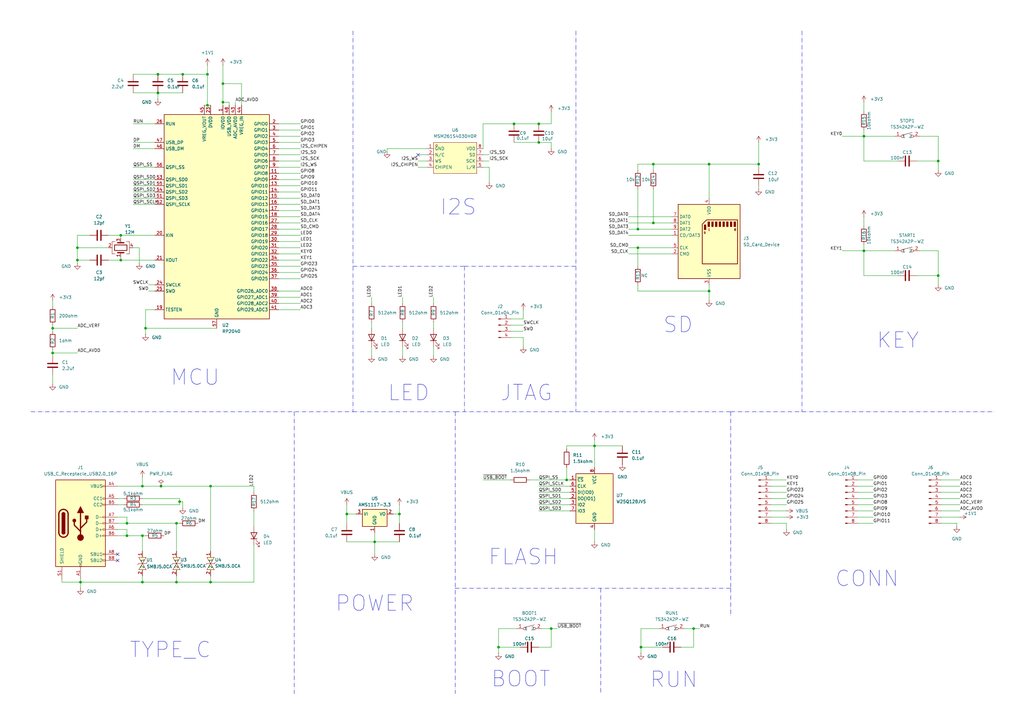
<source format=kicad_sch>
(kicad_sch (version 20231120) (generator "eeschema") (generator_version "8.0")
  (paper "A3")
  (title_block (title "Audio Recorder on RP2040 with SD Card") (date "2024-09-01") (rev "0.1.0") (company "Krysztal Huang <krysztal.huang@outlook.com>"))
  (junction (at 73.66 205.74))
  (junction (at 58.42 219.71))
  (junction (at 91.44 41.91))
  (junction (at 33.02 238.76))
  (junction (at 52.07 219.71))
  (junction (at 64.77 38.1))
  (junction (at 243.84 182.88))
  (junction (at 31.75 101.6))
  (junction (at 58.42 238.76))
  (junction (at 226.06 257.81))
  (junction (at 59.69 134.62))
  (junction (at 163.83 210.82))
  (junction (at 31.75 106.68))
  (junction (at 85.09 43.18))
  (junction (at 86.36 238.76))
  (junction (at 153.67 222.25))
  (junction (at 49.53 106.68))
  (junction (at 290.83 67.31))
  (junction (at 86.36 199.39))
  (junction (at 220.98 50.8))
  (junction (at 85.09 30.48))
  (junction (at 261.62 93.98))
  (junction (at 261.62 101.6))
  (junction (at 267.97 67.31))
  (junction (at 64.77 30.48))
  (junction (at 210.82 50.8))
  (junction (at 311.15 67.31))
  (junction (at 21.59 134.62))
  (junction (at 384.81 66.04))
  (junction (at 262.89 265.43))
  (junction (at 384.81 113.03))
  (junction (at 142.24 210.82))
  (junction (at 74.93 30.48))
  (junction (at 290.83 119.38))
  (junction (at 52.07 214.63))
  (junction (at 267.97 91.44))
  (junction (at 21.59 144.78))
  (junction (at 204.47 265.43))
  (junction (at 66.04 199.39))
  (junction (at 284.48 257.81))
  (junction (at 91.44 34.29))
  (junction (at 72.39 214.63))
  (junction (at 354.33 55.88))
  (junction (at 49.53 96.52))
  (junction (at 58.42 199.39))
  (junction (at 354.33 102.87))
  (junction (at 72.39 238.76))
  (junction (at 232.41 196.85))
  (junction (at 220.98 58.42))
  (no_connect (at 48.26 229.87))
  (no_connect (at 171.45 63.5))
  (no_connect (at 48.26 227.33))
  (wire (pts (xy 153.67 218.44) (xy 153.67 222.25)))
  (wire (pts (xy 48.26 199.39) (xy 58.42 199.39)))
  (wire (pts (xy 73.66 214.63) (xy 72.39 214.63)))
  (wire (pts (xy 91.44 34.29) (xy 91.44 41.91)))
  (wire (pts (xy 220.98 209.55) (xy 233.68 209.55)))
  (wire (pts (xy 261.62 101.6) (xy 261.62 109.22)))
  (wire (pts (xy 44.45 101.6) (xy 31.75 101.6)))
  (wire (pts (xy 114.3 93.98) (xy 123.19 93.98)))
  (wire (pts (xy 31.75 106.68) (xy 31.75 107.95)))
  (wire (pts (xy 358.14 212.09) (xy 351.79 212.09)))
  (wire (pts (xy 25.4 238.76) (xy 33.02 238.76)))
  (wire (pts (xy 104.14 223.52) (xy 104.14 238.76)))
  (wire (pts (xy 262.89 265.43) (xy 262.89 267.97)))
  (wire (pts (xy 384.81 66.04) (xy 384.81 69.85)))
  (wire (pts (xy 73.66 205.74) (xy 73.66 207.01)))
  (wire (pts (xy 358.14 196.85) (xy 351.79 196.85)))
  (wire (pts (xy 316.23 214.63) (xy 322.58 214.63)))
  (wire (pts (xy 21.59 123.19) (xy 21.59 125.73)))
  (wire (pts (xy 261.62 101.6) (xy 275.59 101.6)))
  (wire (pts (xy 358.14 209.55) (xy 351.79 209.55)))
  (wire (pts (xy 284.48 257.81) (xy 287.02 257.81)))
  (wire (pts (xy 114.3 71.12) (xy 123.19 71.12)))
  (wire (pts (xy 114.3 78.74) (xy 123.19 78.74)))
  (wire (pts (xy 74.93 205.74) (xy 73.66 205.74)))
  (wire (pts (xy 66.04 199.39) (xy 58.42 199.39)))
  (wire (pts (xy 86.36 199.39) (xy 86.36 226.06)))
  (wire (pts (xy 226.06 58.42) (xy 226.06 60.96)))
  (wire (pts (xy 114.3 73.66) (xy 123.19 73.66)))
  (wire (pts (xy 114.3 104.14) (xy 123.19 104.14)))
  (wire (pts (xy 31.75 96.52) (xy 31.75 101.6)))
  (polyline (pts (xy 190.5 109.22) (xy 236.22 109.22)) (stroke (width 0) (type dash_dot)))
  (wire (pts (xy 64.77 38.1) (xy 74.93 38.1)))
  (wire (pts (xy 165.1 132.08) (xy 165.1 134.62)))
  (wire (pts (xy 152.4 132.08) (xy 152.4 134.62)))
  (wire (pts (xy 114.3 66.04) (xy 123.19 66.04)))
  (wire (pts (xy 52.07 217.17) (xy 52.07 219.71)))
  (wire (pts (xy 48.26 219.71) (xy 52.07 219.71)))
  (polyline (pts (xy 186.69 168.91) (xy 186.69 284.48)) (stroke (width 0) (type dash_dot)))
  (wire (pts (xy 316.23 207.01) (xy 322.58 207.01)))
  (wire (pts (xy 280.67 257.81) (xy 284.48 257.81)))
  (wire (pts (xy 83.82 43.18) (xy 85.09 43.18)))
  (wire (pts (xy 232.41 196.85) (xy 233.68 196.85)))
  (wire (pts (xy 220.98 207.01) (xy 233.68 207.01)))
  (wire (pts (xy 316.23 204.47) (xy 322.58 204.47)))
  (wire (pts (xy 48.26 214.63) (xy 52.07 214.63)))
  (wire (pts (xy 243.84 180.34) (xy 243.84 182.88)))
  (wire (pts (xy 93.98 41.91) (xy 93.98 43.18)))
  (wire (pts (xy 165.1 121.92) (xy 165.1 124.46)))
  (wire (pts (xy 217.17 196.85) (xy 232.41 196.85)))
  (wire (pts (xy 261.62 119.38) (xy 290.83 119.38)))
  (wire (pts (xy 226.06 45.72) (xy 226.06 50.8)))
  (wire (pts (xy 114.3 58.42) (xy 123.19 58.42)))
  (wire (pts (xy 316.23 196.85) (xy 322.58 196.85)))
  (wire (pts (xy 54.61 83.82) (xy 63.5 83.82)))
  (wire (pts (xy 72.39 238.76) (xy 86.36 238.76)))
  (wire (pts (xy 54.61 50.8) (xy 63.5 50.8)))
  (wire (pts (xy 163.83 214.63) (xy 163.83 210.82)))
  (wire (pts (xy 214.63 130.81) (xy 209.55 130.81)))
  (wire (pts (xy 58.42 236.22) (xy 58.42 238.76)))
  (wire (pts (xy 284.48 265.43) (xy 284.48 257.81)))
  (wire (pts (xy 54.61 76.2) (xy 63.5 76.2)))
  (wire (pts (xy 54.61 101.6) (xy 57.15 101.6)))
  (wire (pts (xy 58.42 204.47) (xy 73.66 204.47)))
  (wire (pts (xy 210.82 50.8) (xy 220.98 50.8)))
  (wire (pts (xy 257.81 101.6) (xy 261.62 101.6)))
  (wire (pts (xy 311.15 67.31) (xy 290.83 67.31)))
  (wire (pts (xy 57.15 101.6) (xy 57.15 107.95)))
  (wire (pts (xy 72.39 214.63) (xy 72.39 226.06)))
  (wire (pts (xy 54.61 38.1) (xy 64.77 38.1)))
  (wire (pts (xy 261.62 77.47) (xy 261.62 93.98)))
  (wire (pts (xy 222.25 257.81) (xy 226.06 257.81)))
  (wire (pts (xy 85.09 26.67) (xy 85.09 30.48)))
  (wire (pts (xy 114.3 109.22) (xy 123.19 109.22)))
  (wire (pts (xy 33.02 238.76) (xy 58.42 238.76)))
  (wire (pts (xy 262.89 265.43) (xy 271.78 265.43)))
  (polyline (pts (xy 144.78 109.22) (xy 190.5 109.22)) (stroke (width 0) (type dash_dot)))
  (wire (pts (xy 33.02 238.76) (xy 33.02 241.3)))
  (wire (pts (xy 64.77 30.48) (xy 74.93 30.48)))
  (wire (pts (xy 243.84 182.88) (xy 255.27 182.88)))
  (wire (pts (xy 226.06 257.81) (xy 228.6 257.81)))
  (polyline (pts (xy 12.7 168.91) (xy 144.78 168.91)) (stroke (width 0) (type dash_dot)))
  (wire (pts (xy 204.47 257.81) (xy 212.09 257.81)))
  (wire (pts (xy 114.3 81.28) (xy 123.19 81.28)))
  (wire (pts (xy 58.42 195.58) (xy 58.42 199.39)))
  (wire (pts (xy 31.75 106.68) (xy 36.83 106.68)))
  (wire (pts (xy 220.98 201.93) (xy 233.68 201.93)))
  (polyline (pts (xy 144.78 168.91) (xy 186.69 168.91)) (stroke (width 0) (type dash_dot)))
  (wire (pts (xy 354.33 100.33) (xy 354.33 102.87)))
  (wire (pts (xy 58.42 219.71) (xy 58.42 226.06)))
  (wire (pts (xy 243.84 217.17) (xy 243.84 222.25)))
  (wire (pts (xy 114.3 91.44) (xy 123.19 91.44)))
  (wire (pts (xy 257.81 88.9) (xy 275.59 88.9)))
  (wire (pts (xy 322.58 214.63) (xy 322.58 217.17)))
  (wire (pts (xy 96.52 41.91) (xy 96.52 43.18)))
  (wire (pts (xy 114.3 88.9) (xy 123.19 88.9)))
  (wire (pts (xy 261.62 67.31) (xy 267.97 67.31)))
  (wire (pts (xy 114.3 101.6) (xy 123.19 101.6)))
  (wire (pts (xy 114.3 68.58) (xy 123.19 68.58)))
  (wire (pts (xy 48.26 207.01) (xy 50.8 207.01)))
  (wire (pts (xy 392.43 214.63) (xy 392.43 215.9)))
  (wire (pts (xy 204.47 257.81) (xy 204.47 265.43)))
  (polyline (pts (xy 299.72 168.91) (xy 407.67 168.91)) (stroke (width 0) (type dash_dot)))
  (wire (pts (xy 220.98 265.43) (xy 226.06 265.43)))
  (wire (pts (xy 171.45 63.5) (xy 175.26 63.5)))
  (wire (pts (xy 290.83 119.38) (xy 290.83 123.19)))
  (wire (pts (xy 54.61 78.74) (xy 63.5 78.74)))
  (wire (pts (xy 86.36 199.39) (xy 104.14 199.39)))
  (wire (pts (xy 386.08 214.63) (xy 392.43 214.63)))
  (wire (pts (xy 21.59 153.67) (xy 21.59 157.48)))
  (wire (pts (xy 86.36 236.22) (xy 86.36 238.76)))
  (wire (pts (xy 91.44 26.67) (xy 91.44 34.29)))
  (wire (pts (xy 60.96 116.84) (xy 63.5 116.84)))
  (polyline (pts (xy 246.38 241.3) (xy 246.38 284.48)) (stroke (width 0) (type dash_dot)))
  (wire (pts (xy 177.8 142.24) (xy 177.8 146.05)))
  (polyline (pts (xy 299.72 241.3) (xy 299.72 252.73)) (stroke (width 0) (type dash_dot)))
  (wire (pts (xy 210.82 58.42) (xy 220.98 58.42)))
  (wire (pts (xy 58.42 238.76) (xy 72.39 238.76)))
  (wire (pts (xy 31.75 101.6) (xy 31.75 106.68)))
  (wire (pts (xy 290.83 116.84) (xy 290.83 119.38)))
  (wire (pts (xy 58.42 207.01) (xy 73.66 207.01)))
  (wire (pts (xy 114.3 114.3) (xy 123.19 114.3)))
  (wire (pts (xy 316.23 212.09) (xy 322.58 212.09)))
  (wire (pts (xy 54.61 81.28) (xy 63.5 81.28)))
  (wire (pts (xy 54.61 58.42) (xy 63.5 58.42)))
  (wire (pts (xy 384.81 102.87) (xy 384.81 113.03)))
  (wire (pts (xy 114.3 86.36) (xy 123.19 86.36)))
  (wire (pts (xy 146.05 210.82) (xy 142.24 210.82)))
  (wire (pts (xy 21.59 134.62) (xy 31.75 134.62)))
  (wire (pts (xy 54.61 60.96) (xy 63.5 60.96)))
  (wire (pts (xy 232.41 182.88) (xy 243.84 182.88)))
  (wire (pts (xy 200.66 68.58) (xy 200.66 74.93)))
  (polyline (pts (xy 236.22 12.7) (xy 236.22 109.22)) (stroke (width 0) (type dash_dot)))
  (wire (pts (xy 220.98 204.47) (xy 233.68 204.47)))
  (wire (pts (xy 158.75 60.96) (xy 158.75 62.23)))
  (wire (pts (xy 209.55 135.89) (xy 214.63 135.89)))
  (wire (pts (xy 393.7 201.93) (xy 386.08 201.93)))
  (wire (pts (xy 86.36 238.76) (xy 104.14 238.76)))
  (wire (pts (xy 54.61 68.58) (xy 63.5 68.58)))
  (wire (pts (xy 214.63 142.24) (xy 214.63 138.43)))
  (wire (pts (xy 384.81 113.03) (xy 384.81 116.84)))
  (wire (pts (xy 311.15 68.58) (xy 311.15 67.31)))
  (wire (pts (xy 177.8 121.92) (xy 177.8 124.46)))
  (wire (pts (xy 165.1 142.24) (xy 165.1 146.05)))
  (wire (pts (xy 48.26 212.09) (xy 52.07 212.09)))
  (wire (pts (xy 358.14 199.39) (xy 351.79 199.39)))
  (wire (pts (xy 267.97 69.85) (xy 267.97 67.31)))
  (wire (pts (xy 177.8 132.08) (xy 177.8 134.62)))
  (wire (pts (xy 21.59 144.78) (xy 21.59 146.05)))
  (wire (pts (xy 226.06 58.42) (xy 220.98 58.42)))
  (wire (pts (xy 114.3 63.5) (xy 123.19 63.5)))
  (wire (pts (xy 142.24 222.25) (xy 153.67 222.25)))
  (wire (pts (xy 21.59 143.51) (xy 21.59 144.78)))
  (polyline (pts (xy 144.78 12.7) (xy 144.78 168.91)) (stroke (width 0) (type dash_dot)))
  (wire (pts (xy 158.75 60.96) (xy 175.26 60.96)))
  (wire (pts (xy 25.4 238.76) (xy 25.4 237.49)))
  (wire (pts (xy 153.67 222.25) (xy 153.67 227.33)))
  (wire (pts (xy 114.3 111.76) (xy 123.19 111.76)))
  (wire (pts (xy 63.5 127) (xy 59.69 127)))
  (wire (pts (xy 54.61 73.66) (xy 63.5 73.66)))
  (polyline (pts (xy 186.69 241.3) (xy 299.72 241.3)) (stroke (width 0) (type dash_dot)))
  (wire (pts (xy 85.09 43.18) (xy 86.36 43.18)))
  (wire (pts (xy 204.47 265.43) (xy 213.36 265.43)))
  (wire (pts (xy 104.14 209.55) (xy 104.14 215.9)))
  (wire (pts (xy 153.67 222.25) (xy 163.83 222.25)))
  (wire (pts (xy 152.4 142.24) (xy 152.4 146.05)))
  (wire (pts (xy 368.3 66.04) (xy 354.33 66.04)))
  (wire (pts (xy 316.23 209.55) (xy 322.58 209.55)))
  (polyline (pts (xy 186.69 168.91) (xy 299.72 168.91)) (stroke (width 0) (type dash_dot)))
  (wire (pts (xy 48.26 217.17) (xy 52.07 217.17)))
  (wire (pts (xy 261.62 69.85) (xy 261.62 67.31)))
  (wire (pts (xy 261.62 93.98) (xy 275.59 93.98)))
  (wire (pts (xy 377.19 102.87) (xy 384.81 102.87)))
  (wire (pts (xy 393.7 196.85) (xy 386.08 196.85)))
  (wire (pts (xy 48.26 204.47) (xy 50.8 204.47)))
  (wire (pts (xy 114.3 121.92) (xy 123.19 121.92)))
  (wire (pts (xy 198.12 66.04) (xy 200.66 66.04)))
  (wire (pts (xy 99.06 43.18) (xy 99.06 34.29)))
  (wire (pts (xy 91.44 41.91) (xy 91.44 43.18)))
  (polyline (pts (xy 190.5 109.22) (xy 190.5 168.91)) (stroke (width 0) (type dash_dot)))
  (wire (pts (xy 358.14 201.93) (xy 351.79 201.93)))
  (wire (pts (xy 257.81 104.14) (xy 275.59 104.14)))
  (wire (pts (xy 267.97 77.47) (xy 267.97 91.44)))
  (wire (pts (xy 232.41 182.88) (xy 232.41 184.15)))
  (wire (pts (xy 290.83 67.31) (xy 290.83 81.28)))
  (wire (pts (xy 58.42 219.71) (xy 59.69 219.71)))
  (wire (pts (xy 114.3 55.88) (xy 123.19 55.88)))
  (wire (pts (xy 384.81 55.88) (xy 384.81 66.04)))
  (wire (pts (xy 198.12 63.5) (xy 200.66 63.5)))
  (wire (pts (xy 267.97 91.44) (xy 275.59 91.44)))
  (wire (pts (xy 358.14 207.01) (xy 351.79 207.01)))
  (polyline (pts (xy 299.72 168.91) (xy 299.72 241.3)) (stroke (width 0) (type dash_dot)))
  (wire (pts (xy 114.3 83.82) (xy 123.19 83.82)))
  (wire (pts (xy 200.66 68.58) (xy 198.12 68.58)))
  (wire (pts (xy 60.96 119.38) (xy 63.5 119.38)))
  (wire (pts (xy 393.7 199.39) (xy 386.08 199.39)))
  (wire (pts (xy 33.02 237.49) (xy 33.02 238.76)))
  (polyline (pts (xy 236.22 109.22) (xy 236.22 168.91)) (stroke (width 0) (type dash_dot)))
  (wire (pts (xy 354.33 66.04) (xy 354.33 55.88)))
  (wire (pts (xy 386.08 207.01) (xy 393.7 207.01)))
  (wire (pts (xy 257.81 91.44) (xy 267.97 91.44)))
  (wire (pts (xy 198.12 196.85) (xy 209.55 196.85)))
  (wire (pts (xy 358.14 214.63) (xy 351.79 214.63)))
  (wire (pts (xy 99.06 34.29) (xy 91.44 34.29)))
  (wire (pts (xy 36.83 96.52) (xy 31.75 96.52)))
  (wire (pts (xy 198.12 50.8) (xy 198.12 60.96)))
  (wire (pts (xy 354.33 102.87) (xy 367.03 102.87)))
  (polyline (pts (xy 328.93 12.7) (xy 328.93 168.91)) (stroke (width 0) (type dash_dot)))
  (wire (pts (xy 85.09 30.48) (xy 85.09 43.18)))
  (wire (pts (xy 171.45 66.04) (xy 175.26 66.04)))
  (wire (pts (xy 49.53 105.41) (xy 49.53 106.68)))
  (wire (pts (xy 114.3 53.34) (xy 123.19 53.34)))
  (wire (pts (xy 375.92 113.03) (xy 384.81 113.03)))
  (wire (pts (xy 114.3 60.96) (xy 123.19 60.96)))
  (wire (pts (xy 142.24 210.82) (xy 142.24 214.63)))
  (wire (pts (xy 214.63 127) (xy 214.63 130.81)))
  (wire (pts (xy 393.7 212.09) (xy 386.08 212.09)))
  (wire (pts (xy 142.24 207.01) (xy 142.24 210.82)))
  (wire (pts (xy 21.59 144.78) (xy 31.75 144.78)))
  (wire (pts (xy 257.81 96.52) (xy 275.59 96.52)))
  (wire (pts (xy 377.19 55.88) (xy 384.81 55.88)))
  (wire (pts (xy 114.3 96.52) (xy 123.19 96.52)))
  (wire (pts (xy 375.92 66.04) (xy 384.81 66.04)))
  (wire (pts (xy 73.66 204.47) (xy 73.66 205.74)))
  (wire (pts (xy 114.3 124.46) (xy 123.19 124.46)))
  (wire (pts (xy 345.44 55.88) (xy 354.33 55.88)))
  (wire (pts (xy 91.44 41.91) (xy 93.98 41.91)))
  (wire (pts (xy 64.77 38.1) (xy 64.77 40.64)))
  (wire (pts (xy 214.63 138.43) (xy 209.55 138.43)))
  (wire (pts (xy 59.69 127) (xy 59.69 134.62)))
  (wire (pts (xy 354.33 88.9) (xy 354.33 92.71)))
  (polyline (pts (xy 120.65 168.91) (xy 120.65 284.48)) (stroke (width 0) (type dash_dot)))
  (wire (pts (xy 21.59 133.35) (xy 21.59 134.62)))
  (wire (pts (xy 354.33 113.03) (xy 354.33 102.87)))
  (wire (pts (xy 262.89 257.81) (xy 262.89 265.43)))
  (wire (pts (xy 209.55 133.35) (xy 214.63 133.35)))
  (wire (pts (xy 163.83 207.01) (xy 163.83 210.82)))
  (wire (pts (xy 152.4 121.92) (xy 152.4 124.46)))
  (wire (pts (xy 368.3 113.03) (xy 354.33 113.03)))
  (wire (pts (xy 204.47 265.43) (xy 204.47 267.97)))
  (wire (pts (xy 163.83 210.82) (xy 161.29 210.82)))
  (wire (pts (xy 257.81 93.98) (xy 261.62 93.98)))
  (wire (pts (xy 52.07 212.09) (xy 52.07 214.63)))
  (wire (pts (xy 74.93 208.28) (xy 74.93 205.74)))
  (wire (pts (xy 54.61 30.48) (xy 64.77 30.48)))
  (wire (pts (xy 358.14 204.47) (xy 351.79 204.47)))
  (wire (pts (xy 261.62 116.84) (xy 261.62 119.38)))
  (wire (pts (xy 49.53 97.79) (xy 49.53 96.52)))
  (wire (pts (xy 114.3 50.8) (xy 123.19 50.8)))
  (wire (pts (xy 311.15 77.47) (xy 311.15 76.2)))
  (wire (pts (xy 49.53 96.52) (xy 63.5 96.52)))
  (wire (pts (xy 262.89 257.81) (xy 270.51 257.81)))
  (wire (pts (xy 316.23 199.39) (xy 322.58 199.39)))
  (wire (pts (xy 267.97 67.31) (xy 290.83 67.31)))
  (wire (pts (xy 198.12 50.8) (xy 210.82 50.8)))
  (wire (pts (xy 114.3 99.06) (xy 123.19 99.06)))
  (wire (pts (xy 104.14 199.39) (xy 104.14 201.93)))
  (wire (pts (xy 114.3 106.68) (xy 123.19 106.68)))
  (wire (pts (xy 21.59 134.62) (xy 21.59 135.89)))
  (wire (pts (xy 220.98 50.8) (xy 226.06 50.8)))
  (wire (pts (xy 393.7 204.47) (xy 386.08 204.47)))
  (wire (pts (xy 354.33 53.34) (xy 354.33 55.88)))
  (wire (pts (xy 114.3 119.38) (xy 123.19 119.38)))
  (wire (pts (xy 74.93 30.48) (xy 85.09 30.48)))
  (wire (pts (xy 393.7 209.55) (xy 386.08 209.55)))
  (wire (pts (xy 52.07 214.63) (xy 72.39 214.63)))
  (wire (pts (xy 59.69 134.62) (xy 59.69 137.16)))
  (wire (pts (xy 72.39 236.22) (xy 72.39 238.76)))
  (wire (pts (xy 354.33 55.88) (xy 367.03 55.88)))
  (wire (pts (xy 86.36 199.39) (xy 66.04 199.39)))
  (wire (pts (xy 114.3 76.2) (xy 123.19 76.2)))
  (wire (pts (xy 44.45 96.52) (xy 49.53 96.52)))
  (wire (pts (xy 354.33 41.91) (xy 354.33 45.72)))
  (wire (pts (xy 316.23 201.93) (xy 322.58 201.93)))
  (wire (pts (xy 311.15 58.42) (xy 311.15 67.31)))
  (wire (pts (xy 279.4 265.43) (xy 284.48 265.43)))
  (wire (pts (xy 345.44 102.87) (xy 354.33 102.87)))
  (wire (pts (xy 226.06 265.43) (xy 226.06 257.81)))
  (wire (pts (xy 171.45 68.58) (xy 175.26 68.58)))
  (wire (pts (xy 52.07 219.71) (xy 58.42 219.71)))
  (wire (pts (xy 44.45 106.68) (xy 49.53 106.68)))
  (wire (pts (xy 220.98 199.39) (xy 233.68 199.39)))
  (wire (pts (xy 232.41 191.77) (xy 232.41 196.85)))
  (wire (pts (xy 59.69 134.62) (xy 88.9 134.62)))
  (wire (pts (xy 49.53 106.68) (xy 63.5 106.68)))
  (wire (pts (xy 243.84 182.88) (xy 243.84 191.77)))
  (wire (pts (xy 114.3 127) (xy 123.19 127)))
  (text "FLASH" (at 214.63 228.6 0) (effects (font (size 6.35 6.35))))
  (text "LED" (at 167.64 161.29 0) (effects (font (size 6.35 6.35))))
  (text "BOOT" (at 213.614 278.638 0) (effects (font (size 6.35 6.35))))
  (text "POWER" (at 153.67 247.65 0) (effects (font (size 6.35 6.35))))
  (text "JTAG" (at 215.9 161.29 0) (effects (font (size 6.35 6.35))))
  (text "MCU" (at 80.01 154.94 0) (effects (font (size 6.35 6.35))))
  (text "TYPE_C\n" (at 69.85 266.7 0) (effects (font (size 6.35 6.35))))
  (text "RUN" (at 276.352 278.892 0) (effects (font (size 6.35 6.35))))
  (text "CONN" (at 355.6 237.49 0) (effects (font (size 6.35 6.35))))
  (text "KEY" (at 368.3 139.7 0) (effects (font (size 6.35 6.35))))
  (text "SD" (at 278.13 133.35 0) (effects (font (size 6.35 6.35))))
  (text "I2S\n" (at 187.96 85.09 0) (effects (font (size 6.35 6.35))))
  (label "ADC_AVDD" (at 31.75 144.78 0))
  (label "QSPI_SCLK" (at 220.98 199.39 0))
  (label "KEY1" (at 322.58 199.39 0))
  (label "KEY1" (at 345.44 102.87 180))
  (label "LED2" (at 177.8 121.92 90))
  (label "SD_DAT4" (at 257.81 96.52 180))
  (label "SD_DAT1" (at 123.19 83.82 0))
  (label "GPIO25" (at 123.19 114.3 0))
  (label "ADC2" (at 123.19 124.46 0))
  (label "QSPI_SD3" (at 220.98 209.55 0))
  (label "I2S_CHIPEN" (at 123.19 60.96 0))
  (label "KEY1" (at 123.19 106.68 0))
  (label "I2S_SCK" (at 123.19 66.04 0))
  (label "QSPI_SD1" (at 220.98 204.47 0))
  (label "SD_CLK" (at 257.81 104.14 180))
  (label "GPIO25" (at 322.58 207.01 0))
  (label "GPIO1" (at 123.19 53.34 0))
  (label "DM" (at 54.61 60.96 0))
  (label "SWCLK" (at 60.96 116.84 180))
  (label "LED2" (at 104.14 199.39 90))
  (label "GPIO24" (at 123.19 111.76 0))
  (label "KEY0" (at 322.58 196.85 0))
  (label "SD_DAT3" (at 123.19 86.36 0))
  (label "SD_DAT4" (at 123.19 88.9 0))
  (label "ADC3" (at 393.7 204.47 0))
  (label "GPIO0" (at 358.14 196.85 0))
  (label "QSPI_SD3" (at 54.61 81.28 0))
  (label "LED0" (at 152.4 121.92 90))
  (label "GPIO11" (at 123.19 78.74 0))
  (label "ADC3" (at 123.19 127 0))
  (label "GPIO24" (at 322.58 204.47 0))
  (label "DP" (at 54.61 58.42 0))
  (label "SWD" (at 60.96 119.38 180))
  (label "DM" (at 81.28 214.63 0))
  (label "ADC_VERF" (at 31.75 134.62 0))
  (label "KEY0" (at 345.44 55.88 180))
  (label "ADC_VERF" (at 393.7 207.01 0))
  (label "ADC_AVDD" (at 393.7 209.55 0))
  (label "SD_CLK" (at 123.19 91.44 0))
  (label "GPIO1" (at 358.14 199.39 0))
  (label "QSPI_SCLK" (at 54.61 83.82 0))
  (label "RUN" (at 287.02 257.81 0))
  (label "QSPI_SD0" (at 54.61 73.66 0))
  (label "GPIO3" (at 358.14 204.47 0))
  (label "GPIO0" (at 123.19 50.8 0))
  (label "QSPI_SD1" (at 54.61 76.2 0))
  (label "GPIO8" (at 358.14 207.01 0))
  (label "QSPI_SD0" (at 220.98 201.93 0))
  (label "I2S_SD" (at 200.66 63.5 0))
  (label "QSPI_SS" (at 220.98 196.85 0))
  (label "RUN" (at 54.61 50.8 0))
  (label "LED1" (at 165.1 121.92 90))
  (label "GPIO8" (at 123.19 71.12 0))
  (label "GPIO23" (at 322.58 201.93 0))
  (label "KEY0" (at 123.19 104.14 0))
  (label "QSPI_SD2" (at 220.98 207.01 0))
  (label "I2S_SCK" (at 200.66 66.04 0))
  (label "GPIO10" (at 358.14 212.09 0))
  (label "GPIO11" (at 358.14 214.63 0))
  (label "SWCLK" (at 214.63 133.35 0))
  (label "ADC0" (at 123.19 119.38 0))
  (label "GPIO10" (at 123.19 76.2 0))
  (label "SD_DAT0" (at 123.19 81.28 0))
  (label "GPIO9" (at 358.14 209.55 0))
  (label "GPIO3" (at 123.19 58.42 0))
  (label "QSPI_SD2" (at 54.61 78.74 0))
  (label "SD_DAT1" (at 257.81 91.44 180))
  (label "ADC1" (at 393.7 199.39 0))
  (label "ADC_AVDD" (at 96.52 41.91 0))
  (label "LED0" (at 123.19 96.52 0))
  (label "LED1" (at 123.19 99.06 0))
  (label "ADC1" (at 123.19 121.92 0))
  (label "I2S_CHIPEN" (at 171.45 68.58 180))
  (label "ADC0" (at 393.7 196.85 0))
  (label "I2S_WS" (at 171.45 66.04 180))
  (label "SD_CMD" (at 257.81 101.6 180))
  (label "GPIO2" (at 123.19 55.88 0))
  (label "GPIO2" (at 358.14 201.93 0))
  (label "GPIO9" (at 123.19 73.66 0))
  (label "~{USB_BOOT}" (at 228.6 257.81 0))
  (label "SD_CMD" (at 123.19 93.98 0))
  (label "I2S_WS" (at 123.19 68.58 0))
  (label "DP" (at 67.31 219.71 0))
  (label "ADC2" (at 393.7 201.93 0))
  (label "SD_DAT0" (at 257.81 88.9 180))
  (label "GPIO23" (at 123.19 109.22 0))
  (label "~{USB_BOOT}" (at 198.12 196.85 0))
  (label "QSPI_SS" (at 54.61 68.58 0))
  (label "SD_DAT3" (at 257.81 93.98 180))
  (label "LED2" (at 123.19 101.6 0))
  (label "I2S_SD" (at 123.19 63.5 0))
  (label "SWD" (at 214.63 135.89 0))
  (symbol (lib_id "power:+3V3") (at 163.83 207.01 0) (unit 1)
    (property "Reference" "#PWR016" (effects (hide yes)))
    (property "Value" "+3V3" (at 166.37 205.7399 0) (effects (justify left)))
    (property "Description" "Power symbol creates a global label with name \"+3V3\"" (effects (hide yes)))
  )
  (symbol (lib_id "Device:C") (at 40.64 96.52 90) (unit 1)
    (property "Reference" "C2" (at 40.64 88.9 90))
    (property "Value" "12pf" (at 40.64 91.44 90))
    (property "Footprint" "Capacitor_SMD:C_0603_1608Metric" (effects (hide yes)))
    (property "Description" "Unpolarized capacitor" (effects (hide yes)))
  )
  (symbol (lib_id "power:GND") (at 64.77 40.64 0) (unit 1)
    (property "Reference" "#PWR07" (effects (hide yes)))
    (property "Value" "GND" (at 62.23 41.9099 0) (effects (justify right)))
    (property "Description" "Power symbol creates a global label with name \"GND\" , ground" (effects (hide yes)))
  )
  (symbol (lib_id "Device:R") (at 77.47 214.63 90) (unit 1)
    (property "Reference" "R6" (at 77.47 214.63 90))
    (property "Value" "27ohm" (at 77.47 212.598 90))
    (property "Footprint" "Resistor_SMD:R_0603_1608Metric" (effects (hide yes)))
    (property "Description" "Resistor" (effects (hide yes)))
  )
  (symbol (lib_id "Device:C") (at 54.61 34.29 0) (unit 1)
    (property "Reference" "C4" (at 50.8 33.0199 0) (effects (justify right)))
    (property "Value" "2.2uf" (at 50.8 35.5599 0) (effects (justify right)))
    (property "Footprint" "Capacitor_SMD:C_0603_1608Metric" (effects (hide yes)))
    (property "Description" "Unpolarized capacitor" (effects (hide yes)))
  )
  (symbol (lib_id "Connector:USB_C_Receptacle_USB2.0_16P") (at 33.02 214.63 0) (unit 1)
    (property "Reference" "J1" (at 33.02 191.77 0))
    (property "Value" "USB_C_Receptacle_USB2.0_16P" (at 33.02 194.31 0))
    (property "Footprint" "Connector_USB:USB_C_Receptacle_HCTL_HC-TYPE-C-16P-01A" (effects (hide yes)))
    (property "Datasheet" "https://www.usb.org/sites/default/files/documents/usb_type-c.zip" (effects (hide yes)))
    (property "Description" "USB 2.0-only 16P Type-C Receptacle connector" (effects (hide yes)))
  )
  (symbol (lib_id "power:GND") (at 243.84 222.25 0) (unit 1)
    (property "Reference" "#PWR026" (effects (hide yes)))
    (property "Value" "GND" (at 246.38 223.5199 0) (effects (justify left)))
    (property "Description" "Power symbol creates a global label with name \"GND\" , ground" (effects (hide yes)))
  )
  (symbol (lib_id "power:GND") (at 74.93 208.28 0) (unit 1)
    (property "Reference" "#PWR010" (effects (hide yes)))
    (property "Value" "GND" (at 77.47 209.5499 0) (effects (justify left)))
    (property "Description" "Power symbol creates a global label with name \"GND\" , ground" (effects (hide yes)))
  )
  (symbol (lib_id "Connector:Conn_01x08_Pin") (at 311.15 204.47 0) (unit 1)
    (property "Reference" "J5" (at 311.785 191.77 0))
    (property "Value" "Conn_01x08_Pin" (at 311.785 194.31 0))
    (property "Footprint" "Connector_PinHeader_2.54mm:PinHeader_1x08_P2.54mm_Vertical" (effects (hide yes)))
    (property "Description" "Generic connector, single row, 01x08, script generated" (effects (hide yes)))
  )
  (symbol (lib_id "power:GND") (at 204.47 267.97 0) (unit 1)
    (property "Reference" "#PWR020" (effects (hide yes)))
    (property "Value" "GND" (at 207.01 269.2399 0) (effects (justify left)))
    (property "Description" "Power symbol creates a global label with name \"GND\" , ground" (effects (hide yes)))
  )
  (symbol (lib_id "Device:C") (at 163.83 218.44 0) (unit 1)
    (property "Reference" "C8" (at 167.64 217.1699 0) (effects (justify left)))
    (property "Value" "0.1uf" (at 167.64 219.7099 0) (effects (justify left)))
    (property "Footprint" "Capacitor_SMD:C_0603_1608Metric" (effects (hide yes)))
    (property "Description" "Unpolarized capacitor" (effects (hide yes)))
  )
  (symbol (lib_id "Device:C") (at 372.11 113.03 90) (unit 1)
    (property "Reference" "C14" (at 372.11 109.474 90))
    (property "Value" "100nf" (at 368.046 111.76 90))
    (property "Footprint" "Capacitor_SMD:C_0603_1608Metric" (effects (hide yes)))
    (property "Description" "Unpolarized capacitor" (effects (hide yes)))
  )
  (symbol (lib_id "power:GND") (at 200.66 74.93 0) (unit 1)
    (property "Reference" "#PWR019" (effects (hide yes)))
    (property "Value" "GND" (at 203.2 76.1999 0) (effects (justify left)))
    (property "Description" "Power symbol creates a global label with name \"GND\" , ground" (effects (hide yes)))
  )
  (symbol (lib_id "Device:R") (at 177.8 128.27 0) (unit 1)
    (property "Reference" "R9" (at 177.8 129.54 90) (effects (justify left)))
    (property "Value" "512ohm" (at 180.34 128.2699 0) (effects (justify left)))
    (property "Footprint" "Resistor_SMD:R_0603_1608Metric" (effects (hide yes)))
    (property "Description" "Resistor" (effects (hide yes)))
  )
  (symbol (lib_id "Device:R") (at 21.59 139.7 0) (unit 1)
    (property "Reference" "R2" (at 21.59 141.224 90) (effects (justify left)))
    (property "Value" "1ohm" (at 24.13 139.6999 0) (effects (justify left)))
    (property "Footprint" "Resistor_SMD:R_0603_1608Metric" (effects (hide yes)))
    (property "Description" "Resistor" (effects (hide yes)))
  )
  (symbol (lib_id "power:GND") (at 255.27 190.5 0) (unit 1)
    (property "Reference" "#PWR027" (effects (hide yes)))
    (property "Value" "GND" (at 255.27 195.58 0))
    (property "Description" "Power symbol creates a global label with name \"GND\" , ground" (effects (hide yes)))
  )
  (symbol (lib_id "power:+3V3") (at 226.06 45.72 0) (unit 1)
    (property "Reference" "#PWR023" (effects (hide yes)))
    (property "Value" "+3V3" (at 228.6 44.4499 0) (effects (justify left)))
    (property "Description" "Power symbol creates a global label with name \"+3V3\"" (effects (hide yes)))
  )
  (symbol (lib_id "easyeda2kicad:SMBJ5.0CA_C19077559") (at 72.39 231.14 270) (unit 1)
    (property "Reference" "U3" (at 73.914 229.616 90) (effects (justify left)))
    (property "Value" "SMBJ5.0CA" (at 73.914 232.156 90) (effects (justify left)))
    (property "Footprint" "easyeda2kicad:SMB_L4.5-W3.6-LS5.2-BI" (effects (hide yes)))
    (property "LCSC Part" "C19077559" (effects (hide yes)))
  )
  (symbol (lib_id "power:GND") (at 226.06 60.96 0) (unit 1)
    (property "Reference" "#PWR024" (effects (hide yes)))
    (property "Value" "GND" (at 228.6 62.2299 0) (effects (justify left)))
    (property "Description" "Power symbol creates a global label with name \"GND\" , ground" (effects (hide yes)))
  )
  (symbol (lib_id "power:GND") (at 177.8 146.05 0) (unit 1)
    (property "Reference" "#PWR018" (effects (hide yes)))
    (property "Value" "GND" (at 180.34 147.3199 0) (effects (justify left)))
    (property "Description" "Power symbol creates a global label with name \"GND\" , ground" (effects (hide yes)))
  )
  (symbol (lib_id "power:VBUS") (at 322.58 209.55 270) (unit 1)
    (property "Reference" "#PWR037" (effects (hide yes)))
    (property "Value" "VBUS" (at 326.39 209.5499 90) (effects (justify left)))
    (property "Description" "Power symbol creates a global label with name \"VBUS\"" (effects (hide yes)))
  )
  (symbol (lib_id "power:PWR_FLAG") (at 66.04 199.39 0) (unit 1)
    (property "Reference" "#FLG01" (effects (hide yes)))
    (property "Value" "PWR_FLAG" (at 66.04 194.31 0))
    (property "Description" "Special symbol for telling ERC where power comes from" (effects (hide yes)))
  )
  (symbol (lib_id "power:GND") (at 152.4 146.05 0) (unit 1)
    (property "Reference" "#PWR013" (effects (hide yes)))
    (property "Value" "GND" (at 154.94 147.3199 0) (effects (justify left)))
    (property "Description" "Power symbol creates a global label with name \"GND\" , ground" (effects (hide yes)))
  )
  (symbol (lib_id "easyeda2kicad:SMBJ5.0CA_C19077559") (at 86.36 231.14 270) (unit 1)
    (property "Reference" "U4" (at 88.138 229.616 90) (effects (justify left)))
    (property "Value" "SMBJ5.0CA" (at 88.138 232.156 90) (effects (justify left)))
    (property "Footprint" "easyeda2kicad:SMB_L4.5-W3.6-LS5.2-BI" (effects (hide yes)))
    (property "LCSC Part" "C19077559" (effects (hide yes)))
  )
  (symbol (lib_id "Device:C") (at 275.59 265.43 90) (unit 1)
    (property "Reference" "C16" (at 275.59 261.874 90))
    (property "Value" "100nf" (at 271.526 264.16 90))
    (property "Footprint" "Capacitor_SMD:C_0603_1608Metric" (effects (hide yes)))
    (property "Description" "Unpolarized capacitor" (effects (hide yes)))
  )
  (symbol (lib_id "Connector:Conn_01x08_Pin") (at 381 204.47 0) (unit 1)
    (property "Reference" "J6" (at 381.635 191.77 0))
    (property "Value" "Conn_01x08_Pin" (at 381.635 194.31 0))
    (property "Footprint" "Connector_PinHeader_2.54mm:PinHeader_1x08_P2.54mm_Vertical" (effects (hide yes)))
    (property "Description" "Generic connector, single row, 01x08, script generated" (effects (hide yes)))
  )
  (symbol (lib_id "Device:R") (at 213.36 196.85 90) (unit 1)
    (property "Reference" "R10" (at 213.36 190.5 90))
    (property "Value" "1.5kohm" (at 213.36 193.04 90))
    (property "Footprint" "Resistor_SMD:R_0603_1608Metric" (effects (hide yes)))
    (property "Description" "Resistor" (effects (hide yes)))
  )
  (symbol (lib_id "Device:R") (at 54.61 207.01 90) (unit 1)
    (property "Reference" "R4" (at 54.61 207.01 90))
    (property "Value" "5.1kohm" (at 54.61 209.042 90))
    (property "Footprint" "Resistor_SMD:R_0603_1608Metric" (effects (hide yes)))
    (property "Description" "Resistor" (effects (hide yes)))
  )
  (symbol (lib_id "MCU_RaspberryPi:RP2040") (at 88.9 88.9 0) (unit 1)
    (property "Reference" "U2" (at 91.0941 133.35 0) (effects (justify left)))
    (property "Value" "RP2040" (at 91.0941 135.89 0) (effects (justify left)))
    (property "Footprint" "Package_DFN_QFN:QFN-56-1EP_7x7mm_P0.4mm_EP3.2x3.2mm" (effects (hide yes)))
    (property "Datasheet" "https://datasheets.raspberrypi.com/rp2040/rp2040-datasheet.pdf" (effects (hide yes)))
    (property "Description" "A microcontroller by Raspberry Pi" (effects (hide yes)))
  )
  (symbol (lib_id "power:GND") (at 59.69 137.16 0) (unit 1)
    (property "Reference" "#PWR06" (effects (hide yes)))
    (property "Value" "GND" (at 62.23 138.4299 0) (effects (justify left)))
    (property "Description" "Power symbol creates a global label with name \"GND\" , ground" (effects (hide yes)))
  )
  (symbol (lib_id "power:+3V3") (at 21.59 123.19 0) (unit 1)
    (property "Reference" "#PWR01" (effects (hide yes)))
    (property "Value" "+3V3" (at 24.13 121.9199 0) (effects (justify left)))
    (property "Description" "Power symbol creates a global label with name \"+3V3\"" (effects (hide yes)))
  )
  (symbol (lib_id "Device:C") (at 64.77 34.29 0) (unit 1)
    (property "Reference" "C5" (at 68.58 33.0199 0) (effects (justify left)))
    (property "Value" "0.1uf" (at 68.58 35.5599 0) (effects (justify left)))
    (property "Footprint" "Capacitor_SMD:C_0603_1608Metric" (effects (hide yes)))
    (property "Description" "Unpolarized capacitor" (effects (hide yes)))
  )
  (symbol (lib_id "power:VBUS") (at 142.24 207.01 0) (unit 1)
    (property "Reference" "#PWR012" (effects (hide yes)))
    (property "Value" "VBUS" (at 142.24 201.93 0))
    (property "Description" "Power symbol creates a global label with name \"VBUS\"" (effects (hide yes)))
  )
  (symbol (lib_id "power:GND") (at 153.67 227.33 0) (unit 1)
    (property "Reference" "#PWR014" (effects (hide yes)))
    (property "Value" "GND" (at 156.21 228.5999 0) (effects (justify left)))
    (property "Description" "Power symbol creates a global label with name \"GND\" , ground" (effects (hide yes)))
  )
  (symbol (lib_id "power:+1V1") (at 85.09 26.67 0) (unit 1)
    (property "Reference" "#PWR09" (effects (hide yes)))
    (property "Value" "+1V1" (at 85.09 21.59 0))
    (property "Description" "Power symbol creates a global label with name \"+1V1\"" (effects (hide yes)))
  )
  (symbol (lib_id "Device:C") (at 142.24 218.44 0) (unit 1)
    (property "Reference" "C7" (at 138.43 217.1699 0) (effects (justify right)))
    (property "Value" "0.1uf" (at 138.43 219.7099 0) (effects (justify right)))
    (property "Footprint" "Capacitor_SMD:C_0603_1608Metric" (effects (hide yes)))
    (property "Description" "Unpolarized capacitor" (effects (hide yes)))
  )
  (symbol (lib_id "Device:LED") (at 165.1 138.43 90) (unit 1)
    (property "Reference" "D2" (at 168.91 138.7474 90) (effects (justify right)))
    (property "Value" "LED" (at 168.91 141.2874 90) (effects (justify right)))
    (property "Footprint" "LED_SMD:LED_0603_1608Metric_Pad1.05x0.95mm_HandSolder" (effects (hide yes)))
    (property "Description" "Light emitting diode" (effects (hide yes)))
  )
  (symbol (lib_id "power:GND") (at 384.81 116.84 0) (unit 1)
    (property "Reference" "#PWR034" (effects (hide yes)))
    (property "Value" "GND" (at 387.35 118.1099 0) (effects (justify left)))
    (property "Description" "Power symbol creates a global label with name \"GND\" , ground" (effects (hide yes)))
  )
  (symbol (lib_id "Memory_Flash:W25Q128JVS") (at 243.84 204.47 0) (unit 1)
    (property "Reference" "U7" (at 252.73 203.1999 0) (effects (justify left)))
    (property "Value" "W25Q128JVS" (at 252.73 205.7399 0) (effects (justify left)))
    (property "Footprint" "Package_SO:SOIC-8_5.23x5.23mm_P1.27mm" (effects (hide yes)))
    (property "Datasheet" "http://www.winbond.com/resource-files/w25q128jv_dtr%20revc%2003272018%20plus.pdf" (effects (hide yes)))
    (property "Description" "128Mb Serial Flash Memory, Standard/Dual/Quad SPI, SOIC-8" (effects (hide yes)))
  )
  (symbol (lib_id "power:GND") (at 322.58 217.17 0) (unit 1)
    (property "Reference" "#PWR035" (effects (hide yes)))
    (property "Value" "GND" (at 325.12 218.4399 0) (effects (justify left)))
    (property "Description" "Power symbol creates a global label with name \"GND\" , ground" (effects (hide yes)))
  )
  (symbol (lib_id "Device:C") (at 311.15 72.39 0) (unit 1)
    (property "Reference" "C12" (at 314.96 71.1199 0) (effects (justify left)))
    (property "Value" "10uf" (at 314.96 73.6599 0) (effects (justify left)))
    (property "Footprint" "Capacitor_SMD:C_0603_1608Metric" (effects (hide yes)))
    (property "Description" "Unpolarized capacitor" (effects (hide yes)))
  )
  (symbol (lib_id "Device:R") (at 354.33 49.53 0) (unit 1)
    (property "Reference" "R15" (at 354.33 51.562 90) (effects (justify left)))
    (property "Value" "10kohm" (at 356.362 53.34 90) (effects (justify left)))
    (property "Footprint" "Capacitor_SMD:C_0603_1608Metric" (effects (hide yes)))
    (property "Description" "Resistor" (effects (hide yes)))
  )
  (symbol (lib_id "Device:R") (at 63.5 219.71 90) (unit 1)
    (property "Reference" "R5" (at 63.5 219.71 90))
    (property "Value" "27ohm" (at 63.5 217.678 90))
    (property "Footprint" "Resistor_SMD:R_0603_1608Metric" (effects (hide yes)))
    (property "Description" "Resistor" (effects (hide yes)))
  )
  (symbol (lib_id "power:GND") (at 158.75 62.23 0) (unit 1)
    (property "Reference" "#PWR015" (effects (hide yes)))
    (property "Value" "GND" (at 156.464 62.23 0))
    (property "Description" "Power symbol creates a global label with name \"GND\" , ground" (effects (hide yes)))
  )
  (symbol (lib_id "easyeda2kicad:SMBJ5.0CA_C19077559") (at 58.42 231.14 270) (unit 1)
    (property "Reference" "U1" (at 62.738 229.616 90) (effects (justify right)))
    (property "Value" "SMBJ5.0CA" (at 70.612 232.41 90) (effects (justify right)))
    (property "Footprint" "easyeda2kicad:SMB_L4.5-W3.6-LS5.2-BI" (effects (hide yes)))
    (property "LCSC Part" "C19077559" (effects (hide yes)))
  )
  (symbol (lib_id "power:+3V3") (at 214.63 127 0) (unit 1)
    (property "Reference" "#PWR021" (effects (hide yes)))
    (property "Value" "+3V3" (at 217.17 125.7299 0) (effects (justify left)))
    (property "Description" "Power symbol creates a global label with name \"+3V3\"" (effects (hide yes)))
  )
  (symbol (lib_id "power:+3V3") (at 311.15 58.42 0) (unit 1)
    (property "Reference" "#PWR029" (effects (hide yes)))
    (property "Value" "+3V3" (at 313.69 57.1499 0) (effects (justify left)))
    (property "Description" "Power symbol creates a global label with name \"+3V3\"" (effects (hide yes)))
  )
  (symbol (lib_id "Device:LED") (at 104.14 219.71 90) (unit 1)
    (property "Reference" "D4" (at 107.95 220.0274 90) (effects (justify right)))
    (property "Value" "LED" (at 107.95 222.5674 90) (effects (justify right)))
    (property "Footprint" "LED_SMD:LED_0603_1608Metric_Pad1.05x0.95mm_HandSolder" (effects (hide yes)))
    (property "Description" "Light emitting diode" (effects (hide yes)))
  )
  (symbol (lib_id "Device:R") (at 152.4 128.27 0) (unit 1)
    (property "Reference" "R7" (at 152.4 129.794 90) (effects (justify left)))
    (property "Value" "512ohm" (at 154.94 128.2699 0) (effects (justify left)))
    (property "Footprint" "Resistor_SMD:R_0603_1608Metric" (effects (hide yes)))
    (property "Description" "Resistor" (effects (hide yes)))
  )
  (symbol (lib_id "Device:C") (at 217.17 265.43 90) (unit 1)
    (property "Reference" "C15" (at 217.17 261.874 90))
    (property "Value" "100nf" (at 213.106 264.16 90))
    (property "Footprint" "Capacitor_SMD:C_0603_1608Metric" (effects (hide yes)))
    (property "Description" "Unpolarized capacitor" (effects (hide yes)))
  )
  (symbol (lib_id "easyeda2kicad:MSM261S4030H0R") (at 186.69 64.77 0) (unit 1)
    (property "Reference" "U6" (at 186.69 53.34 0))
    (property "Value" "MSM261S4030H0R" (at 186.69 55.88 0))
    (property "Footprint" "easyeda2kicad:LGA-8_L4.0-W3.0-P1.00-BL" (effects (hide yes)))
    (property "LCSC Part" "C2840615" (effects (hide yes)))
  )
  (symbol (lib_id "easyeda2kicad:TS342A2P-WZ") (at 275.59 257.81 0) (unit 1)
    (property "Reference" "RUN1" (at 275.59 251.46 0))
    (property "Value" "TS342A2P-WZ" (at 275.59 254 0))
    (property "Footprint" "easyeda2kicad:SW-SMD_L4.0-W2.9-LS5.0" (effects (hide yes)))
    (property "Datasheet" "https://lcsc.com/product-detail/Tactile-Switches_SHOU-HAN-TS342A2P-WZ_C557591.html" (effects (hide yes)))
    (property "LCSC Part" "C557591" (effects (hide yes)))
  )
  (symbol (lib_id "power:+3V3") (at 354.33 41.91 0) (unit 1)
    (property "Reference" "#PWR031" (effects (hide yes)))
    (property "Value" "+3V3" (at 356.87 40.6399 0) (effects (justify left)))
    (property "Description" "Power symbol creates a global label with name \"+3V3\"" (effects (hide yes)))
  )
  (symbol (lib_id "easyeda2kicad:TS342A2P-WZ") (at 217.17 257.81 0) (unit 1)
    (property "Reference" "BOOT1" (at 217.17 251.46 0))
    (property "Value" "TS342A2P-WZ" (at 217.17 254 0))
    (property "Footprint" "easyeda2kicad:SW-SMD_L4.0-W2.9-LS5.0" (effects (hide yes)))
    (property "Datasheet" "https://lcsc.com/product-detail/Tactile-Switches_SHOU-HAN-TS342A2P-WZ_C557591.html" (effects (hide yes)))
    (property "LCSC Part" "C557591" (effects (hide yes)))
  )
  (symbol (lib_id "Device:C") (at 372.11 66.04 90) (unit 1)
    (property "Reference" "C13" (at 372.11 62.484 90))
    (property "Value" "100nf" (at 368.046 64.77 90))
    (property "Footprint" "Capacitor_SMD:C_0603_1608Metric" (effects (hide yes)))
    (property "Description" "Unpolarized capacitor" (effects (hide yes)))
  )
  (symbol (lib_id "power:GND") (at 311.15 77.47 0) (unit 1)
    (property "Reference" "#PWR030" (effects (hide yes)))
    (property "Value" "GND" (at 313.69 78.7399 0) (effects (justify left)))
    (property "Description" "Power symbol creates a global label with name \"GND\" , ground" (effects (hide yes)))
  )
  (symbol (lib_id "Device:R") (at 54.61 204.47 90) (unit 1)
    (property "Reference" "R3" (at 54.61 204.47 90))
    (property "Value" "5.1kohm" (at 54.61 202.438 90))
    (property "Footprint" "Resistor_SMD:R_0603_1608Metric" (effects (hide yes)))
    (property "Description" "Resistor" (effects (hide yes)))
  )
  (symbol (lib_id "Device:C") (at 40.64 106.68 90) (unit 1)
    (property "Reference" "C3" (at 40.64 111.76 90))
    (property "Value" "12pf" (at 40.64 114.3 90))
    (property "Footprint" "Capacitor_SMD:C_0603_1608Metric" (effects (hide yes)))
    (property "Description" "Unpolarized capacitor" (effects (hide yes)))
  )
  (symbol (lib_id "power:GND") (at 262.89 267.97 0) (unit 1)
    (property "Reference" "#PWR040" (effects (hide yes)))
    (property "Value" "GND" (at 265.43 269.2399 0) (effects (justify left)))
    (property "Description" "Power symbol creates a global label with name \"GND\" , ground" (effects (hide yes)))
  )
  (symbol (lib_id "Device:C") (at 220.98 54.61 0) (unit 1)
    (property "Reference" "C10" (at 223.266 54.61 0) (effects (justify left)))
    (property "Value" "10uf" (at 222.25 56.896 0) (effects (justify left)))
    (property "Footprint" "Capacitor_SMD:C_0603_1608Metric" (effects (hide yes)))
    (property "Description" "Unpolarized capacitor" (effects (hide yes)))
  )
  (symbol (lib_id "Connector:Conn_01x08_Pin") (at 346.71 204.47 0) (unit 1)
    (property "Reference" "J4" (at 347.345 191.77 0))
    (property "Value" "Conn_01x08_Pin" (at 347.345 194.31 0))
    (property "Footprint" "Connector_PinHeader_2.54mm:PinHeader_1x08_P2.54mm_Vertical" (effects (hide yes)))
    (property "Description" "Generic connector, single row, 01x08, script generated" (effects (hide yes)))
  )
  (symbol (lib_id "power:GND") (at 31.75 107.95 0) (unit 1)
    (property "Reference" "#PWR03" (effects (hide yes)))
    (property "Value" "GND" (at 29.21 109.2199 0) (effects (justify right)))
    (property "Description" "Power symbol creates a global label with name \"GND\" , ground" (effects (hide yes)))
  )
  (symbol (lib_id "Device:R") (at 267.97 73.66 0) (unit 1)
    (property "Reference" "R14" (at 267.97 75.692 90) (effects (justify left)))
    (property "Value" "10k" (at 263.144 73.66 0) (effects (justify left)))
    (property "Footprint" "Resistor_SMD:R_0603_1608Metric" (effects (hide yes)))
    (property "Description" "Resistor" (effects (hide yes)))
  )
  (symbol (lib_id "Device:R") (at 354.33 96.52 0) (unit 1)
    (property "Reference" "R16" (at 354.33 98.552 90) (effects (justify left)))
    (property "Value" "10kohm" (at 356.362 100.33 90) (effects (justify left)))
    (property "Footprint" "Capacitor_SMD:C_0603_1608Metric" (effects (hide yes)))
    (property "Description" "Resistor" (effects (hide yes)))
  )
  (symbol (lib_id "Device:C") (at 255.27 186.69 0) (unit 1)
    (property "Reference" "C11" (at 259.08 185.4199 0) (effects (justify left)))
    (property "Value" "0.1uf" (at 259.08 187.9599 0) (effects (justify left)))
    (property "Footprint" "Capacitor_SMD:C_0603_1608Metric" (effects (hide yes)))
    (property "Description" "Unpolarized capacitor" (effects (hide yes)))
  )
  (symbol (lib_id "power:GND") (at 33.02 241.3 0) (unit 1)
    (property "Reference" "#PWR04" (effects (hide yes)))
    (property "Value" "GND" (at 35.56 242.5699 0) (effects (justify left)))
    (property "Description" "Power symbol creates a global label with name \"GND\" , ground" (effects (hide yes)))
  )
  (symbol (lib_id "power:+3V3") (at 322.58 212.09 270) (unit 1)
    (property "Reference" "#PWR036" (effects (hide yes)))
    (property "Value" "+3V3" (at 326.39 212.0899 90) (effects (justify left)))
    (property "Description" "Power symbol creates a global label with name \"+3V3\"" (effects (hide yes)))
  )
  (symbol (lib_id "power:GND") (at 214.63 142.24 0) (unit 1)
    (property "Reference" "#PWR022" (effects (hide yes)))
    (property "Value" "GND" (at 217.17 143.5099 0) (effects (justify left)))
    (property "Description" "Power symbol creates a global label with name \"GND\" , ground" (effects (hide yes)))
  )
  (symbol (lib_id "power:+3V3") (at 354.33 88.9 0) (unit 1)
    (property "Reference" "#PWR033" (effects (hide yes)))
    (property "Value" "+3V3" (at 356.87 87.6299 0) (effects (justify left)))
    (property "Description" "Power symbol creates a global label with name \"+3V3\"" (effects (hide yes)))
  )
  (symbol (lib_id "power:GND") (at 392.43 215.9 0) (unit 1)
    (property "Reference" "#PWR039" (effects (hide yes)))
    (property "Value" "GND" (at 392.43 220.98 0))
    (property "Description" "Power symbol creates a global label with name \"GND\" , ground" (effects (hide yes)))
  )
  (symbol (lib_id "power:GND") (at 165.1 146.05 0) (unit 1)
    (property "Reference" "#PWR017" (effects (hide yes)))
    (property "Value" "GND" (at 167.64 147.3199 0) (effects (justify left)))
    (property "Description" "Power symbol creates a global label with name \"GND\" , ground" (effects (hide yes)))
  )
  (symbol (lib_id "Device:C") (at 21.59 149.86 0) (unit 1)
    (property "Reference" "C1" (at 25.4 148.5899 0) (effects (justify left)))
    (property "Value" "2.2uf" (at 25.4 151.1299 0) (effects (justify left)))
    (property "Footprint" "Capacitor_SMD:C_0603_1608Metric" (effects (hide yes)))
    (property "Description" "Unpolarized capacitor" (effects (hide yes)))
  )
  (symbol (lib_id "Device:C") (at 74.93 34.29 0) (unit 1)
    (property "Reference" "C6" (at 78.74 33.0199 0) (effects (justify left)))
    (property "Value" "0.1uf" (at 78.74 35.5599 0) (effects (justify left)))
    (property "Footprint" "Capacitor_SMD:C_0603_1608Metric" (effects (hide yes)))
    (property "Description" "Unpolarized capacitor" (effects (hide yes)))
  )
  (symbol (lib_id "Regulator_Linear:AMS1117-3.3") (at 153.67 210.82 0) (unit 1)
    (property "Reference" "U5" (at 153.67 204.47 0))
    (property "Value" "AMS1117-3.3" (at 153.67 207.01 0))
    (property "Footprint" "Package_TO_SOT_SMD:SOT-223-3_TabPin2" (effects (hide yes)))
    (property "Datasheet" "http://www.advanced-monolithic.com/pdf/ds1117.pdf" (effects (hide yes)))
    (property "Description" "1A Low Dropout regulator, positive, 3.3V fixed output, SOT-223" (effects (hide yes)))
  )
  (symbol (lib_id "power:GND") (at 21.59 157.48 0) (unit 1)
    (property "Reference" "#PWR02" (effects (hide yes)))
    (property "Value" "GND" (at 24.13 158.7499 0) (effects (justify left)))
    (property "Description" "Power symbol creates a global label with name \"GND\" , ground" (effects (hide yes)))
  )
  (symbol (lib_id "Device:R") (at 261.62 73.66 0) (unit 1)
    (property "Reference" "R12" (at 261.62 75.692 90) (effects (justify left)))
    (property "Value" "10k" (at 256.794 73.66 0) (effects (justify left)))
    (property "Footprint" "Resistor_SMD:R_0603_1608Metric" (effects (hide yes)))
    (property "Description" "Resistor" (effects (hide yes)))
  )
  (symbol (lib_id "easyeda2kicad:TS342A2P-WZ") (at 372.11 55.88 0) (unit 1)
    (property "Reference" "STOP1" (at 372.11 49.53 0))
    (property "Value" "TS342A2P-WZ" (at 372.11 52.07 0))
    (property "Footprint" "easyeda2kicad:SW-SMD_L4.0-W2.9-LS5.0" (effects (hide yes)))
    (property "Datasheet" "https://lcsc.com/product-detail/Tactile-Switches_SHOU-HAN-TS342A2P-WZ_C557591.html" (effects (hide yes)))
    (property "LCSC Part" "C557591" (effects (hide yes)))
  )
  (symbol (lib_id "power:+1V1") (at 393.7 212.09 270) (unit 1)
    (property "Reference" "#PWR038" (effects (hide yes)))
    (property "Value" "+1V1" (at 398.018 210.566 90))
    (property "Description" "Power symbol creates a global label with name \"+1V1\"" (effects (hide yes)))
  )
  (symbol (lib_id "power:GND") (at 290.83 123.19 0) (unit 1)
    (property "Reference" "#PWR028" (effects (hide yes)))
    (property "Value" "GND" (at 293.37 124.4599 0) (effects (justify left)))
    (property "Description" "Power symbol creates a global label with name \"GND\" , ground" (effects (hide yes)))
  )
  (symbol (lib_id "Device:R") (at 21.59 129.54 0) (unit 1)
    (property "Reference" "R1" (at 21.59 130.81 90) (effects (justify left)))
    (property "Value" "200ohm" (at 24.13 129.5399 0) (effects (justify left)))
    (property "Footprint" "Resistor_SMD:R_0603_1608Metric" (effects (hide yes)))
    (property "Description" "Resistor" (effects (hide yes)))
  )
  (symbol (lib_id "Device:LED") (at 177.8 138.43 90) (unit 1)
    (property "Reference" "D3" (at 181.61 138.7474 90) (effects (justify right)))
    (property "Value" "LED" (at 181.61 141.2874 90) (effects (justify right)))
    (property "Footprint" "LED_SMD:LED_0603_1608Metric_Pad1.05x0.95mm_HandSolder" (effects (hide yes)))
    (property "Description" "Light emitting diode" (effects (hide yes)))
  )
  (symbol (lib_id "Device:Crystal_GND24") (at 49.53 101.6 90) (unit 1)
    (property "Reference" "Y1" (at 51.1811 92.71 90) (effects (justify right)))
    (property "Value" "12M" (at 51.1811 95.25 90) (effects (justify right)))
    (property "Footprint" "Crystal:Crystal_SMD_3225-4Pin_3.2x2.5mm" (effects (hide yes)))
    (property "Description" "Four pin crystal, GND on pins 2 and 4" (effects (hide yes)))
  )
  (symbol (lib_id "Connector:Conn_01x04_Pin") (at 204.47 133.35 0) (unit 1)
    (property "Reference" "J2" (at 205.105 125.73 0))
    (property "Value" "Conn_01x04_Pin" (at 205.105 128.27 0))
    (property "Footprint" "Connector_PinHeader_2.54mm:PinHeader_1x04_P2.54mm_Vertical" (effects (hide yes)))
    (property "Description" "Generic connector, single row, 01x04, script generated" (effects (hide yes)))
  )
  (symbol (lib_id "power:VBUS") (at 58.42 195.58 0) (unit 1)
    (property "Reference" "#PWR08" (effects (hide yes)))
    (property "Value" "VBUS" (at 58.42 190.5 0))
    (property "Description" "Power symbol creates a global label with name \"VBUS\"" (effects (hide yes)))
  )
  (symbol (lib_id "Device:R") (at 232.41 187.96 0) (unit 1)
    (property "Reference" "R11" (at 234.95 186.6899 0) (effects (justify left)))
    (property "Value" "1.5kohm" (at 234.95 189.2299 0) (effects (justify left)))
    (property "Footprint" "Resistor_SMD:R_0603_1608Metric" (effects (hide yes)))
    (property "Description" "Resistor" (effects (hide yes)))
  )
  (symbol (lib_id "Device:R") (at 261.62 113.03 0) (unit 1)
    (property "Reference" "R13" (at 261.62 114.808 90) (effects (justify left)))
    (property "Value" "NC" (at 262.89 113.03 0) (effects (justify left)))
    (property "Footprint" "Resistor_SMD:R_0603_1608Metric" (effects (hide yes)))
    (property "Description" "Resistor" (effects (hide yes)))
  )
  (symbol (lib_id "power:GND") (at 384.81 69.85 0) (unit 1)
    (property "Reference" "#PWR032" (effects (hide yes)))
    (property "Value" "GND" (at 387.35 71.1199 0) (effects (justify left)))
    (property "Description" "Power symbol creates a global label with name \"GND\" , ground" (effects (hide yes)))
  )
  (symbol (lib_id "Device:C") (at 210.82 54.61 0) (unit 1)
    (property "Reference" "C9" (at 213.106 54.61 0) (effects (justify left)))
    (property "Value" "0.1uf" (at 211.836 56.642 0) (effects (justify left)))
    (property "Footprint" "Capacitor_SMD:C_0603_1608Metric" (effects (hide yes)))
    (property "Description" "Unpolarized capacitor" (effects (hide yes)))
  )
  (symbol (lib_id "Device:LED") (at 152.4 138.43 90) (unit 1)
    (property "Reference" "D1" (at 156.21 138.7474 90) (effects (justify right)))
    (property "Value" "LED" (at 156.21 141.2874 90) (effects (justify right)))
    (property "Footprint" "LED_SMD:LED_0603_1608Metric_Pad1.05x0.95mm_HandSolder" (effects (hide yes)))
    (property "Description" "Light emitting diode" (effects (hide yes)))
  )
  (symbol (lib_id "power:GND") (at 57.15 107.95 0) (unit 1)
    (property "Reference" "#PWR05" (effects (hide yes)))
    (property "Value" "GND" (at 59.69 109.2199 0) (effects (justify left)))
    (property "Description" "Power symbol creates a global label with name \"GND\" , ground" (effects (hide yes)))
  )
  (symbol (lib_id "Device:R") (at 104.14 205.74 0) (unit 1)
    (property "Reference" "R17" (at 104.14 207.772 90) (effects (justify left)))
    (property "Value" "512ohm" (at 106.68 205.7399 0) (effects (justify left)))
    (property "Footprint" "Resistor_SMD:R_0603_1608Metric" (effects (hide yes)))
    (property "Description" "Resistor" (effects (hide yes)))
  )
  (symbol (lib_id "power:+3V3") (at 91.44 26.67 0) (unit 1)
    (property "Reference" "#PWR011" (effects (hide yes)))
    (property "Value" "+3V3" (at 93.98 25.3999 0) (effects (justify left)))
    (property "Description" "Power symbol creates a global label with name \"+3V3\"" (effects (hide yes)))
  )
  (symbol (lib_id "power:+3V3") (at 243.84 180.34 0) (unit 1)
    (property "Reference" "#PWR025" (effects (hide yes)))
    (property "Value" "+3V3" (at 246.38 179.0699 0) (effects (justify left)))
    (property "Description" "Power symbol creates a global label with name \"+3V3\"" (effects (hide yes)))
  )
  (symbol (lib_id "easyeda2kicad:TS342A2P-WZ") (at 372.11 102.87 0) (unit 1)
    (property "Reference" "START1" (at 372.11 96.52 0))
    (property "Value" "TS342A2P-WZ" (at 372.11 99.06 0))
    (property "Footprint" "easyeda2kicad:SW-SMD_L4.0-W2.9-LS5.0" (effects (hide yes)))
    (property "Datasheet" "https://lcsc.com/product-detail/Tactile-Switches_SHOU-HAN-TS342A2P-WZ_C557591.html" (effects (hide yes)))
    (property "LCSC Part" "C557591" (effects (hide yes)))
  )
  (symbol (lib_id "Connector:SD_Card_Device") (at 290.83 99.06 0) (unit 1)
    (property "Reference" "J3" (at 304.8 97.7899 0) (effects (justify left)))
    (property "Value" "SD_Card_Device" (at 304.8 100.3299 0) (effects (justify left)))
    (property "Footprint" "easyeda2kicad:TF-SMD_TF-123-ARP9H15" (effects (hide yes)))
    (property "Datasheet" "http://www.convict.lu/pdf/ProdManualSDCardv1.9.pdf" (effects (hide yes)))
    (property "Description" "SD card device/card" (effects (hide yes)))
  )
  (symbol (lib_id "Device:R") (at 165.1 128.27 0) (unit 1)
    (property "Reference" "R8" (at 165.1 129.54 90) (effects (justify left)))
    (property "Value" "512ohm" (at 167.64 128.2699 0) (effects (justify left)))
    (property "Footprint" "Resistor_SMD:R_0603_1608Metric" (effects (hide yes)))
    (property "Description" "Resistor" (effects (hide yes)))
  )
)
</source>
